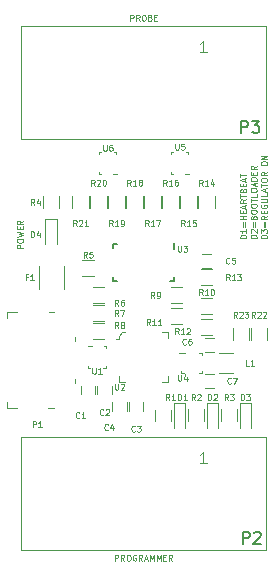
<source format=gto>
G04 #@! TF.FileFunction,Legend,Top*
%FSLAX46Y46*%
G04 Gerber Fmt 4.6, Leading zero omitted, Abs format (unit mm)*
G04 Created by KiCad (PCBNEW 4.0.5) date 01/03/18 17:15:43*
%MOMM*%
%LPD*%
G01*
G04 APERTURE LIST*
%ADD10C,0.100000*%
%ADD11C,0.125000*%
%ADD12C,0.120000*%
%ADD13C,0.150000*%
G04 APERTURE END LIST*
D10*
D11*
X86495238Y-122781190D02*
X86495238Y-122281190D01*
X86685714Y-122281190D01*
X86733333Y-122305000D01*
X86757142Y-122328810D01*
X86780952Y-122376429D01*
X86780952Y-122447857D01*
X86757142Y-122495476D01*
X86733333Y-122519286D01*
X86685714Y-122543095D01*
X86495238Y-122543095D01*
X87280952Y-122781190D02*
X87114285Y-122543095D01*
X86995238Y-122781190D02*
X86995238Y-122281190D01*
X87185714Y-122281190D01*
X87233333Y-122305000D01*
X87257142Y-122328810D01*
X87280952Y-122376429D01*
X87280952Y-122447857D01*
X87257142Y-122495476D01*
X87233333Y-122519286D01*
X87185714Y-122543095D01*
X86995238Y-122543095D01*
X87590476Y-122281190D02*
X87685714Y-122281190D01*
X87733333Y-122305000D01*
X87780952Y-122352619D01*
X87804761Y-122447857D01*
X87804761Y-122614524D01*
X87780952Y-122709762D01*
X87733333Y-122757381D01*
X87685714Y-122781190D01*
X87590476Y-122781190D01*
X87542857Y-122757381D01*
X87495238Y-122709762D01*
X87471428Y-122614524D01*
X87471428Y-122447857D01*
X87495238Y-122352619D01*
X87542857Y-122305000D01*
X87590476Y-122281190D01*
X88280952Y-122305000D02*
X88233333Y-122281190D01*
X88161905Y-122281190D01*
X88090476Y-122305000D01*
X88042857Y-122352619D01*
X88019048Y-122400238D01*
X87995238Y-122495476D01*
X87995238Y-122566905D01*
X88019048Y-122662143D01*
X88042857Y-122709762D01*
X88090476Y-122757381D01*
X88161905Y-122781190D01*
X88209524Y-122781190D01*
X88280952Y-122757381D01*
X88304762Y-122733571D01*
X88304762Y-122566905D01*
X88209524Y-122566905D01*
X88804762Y-122781190D02*
X88638095Y-122543095D01*
X88519048Y-122781190D02*
X88519048Y-122281190D01*
X88709524Y-122281190D01*
X88757143Y-122305000D01*
X88780952Y-122328810D01*
X88804762Y-122376429D01*
X88804762Y-122447857D01*
X88780952Y-122495476D01*
X88757143Y-122519286D01*
X88709524Y-122543095D01*
X88519048Y-122543095D01*
X88995238Y-122638333D02*
X89233333Y-122638333D01*
X88947619Y-122781190D02*
X89114286Y-122281190D01*
X89280952Y-122781190D01*
X89447619Y-122781190D02*
X89447619Y-122281190D01*
X89614285Y-122638333D01*
X89780952Y-122281190D01*
X89780952Y-122781190D01*
X90019048Y-122781190D02*
X90019048Y-122281190D01*
X90185714Y-122638333D01*
X90352381Y-122281190D01*
X90352381Y-122781190D01*
X90590477Y-122519286D02*
X90757143Y-122519286D01*
X90828572Y-122781190D02*
X90590477Y-122781190D01*
X90590477Y-122281190D01*
X90828572Y-122281190D01*
X91328572Y-122781190D02*
X91161905Y-122543095D01*
X91042858Y-122781190D02*
X91042858Y-122281190D01*
X91233334Y-122281190D01*
X91280953Y-122305000D01*
X91304762Y-122328810D01*
X91328572Y-122376429D01*
X91328572Y-122447857D01*
X91304762Y-122495476D01*
X91280953Y-122519286D01*
X91233334Y-122543095D01*
X91042858Y-122543095D01*
X87780953Y-77061190D02*
X87780953Y-76561190D01*
X87971429Y-76561190D01*
X88019048Y-76585000D01*
X88042857Y-76608810D01*
X88066667Y-76656429D01*
X88066667Y-76727857D01*
X88042857Y-76775476D01*
X88019048Y-76799286D01*
X87971429Y-76823095D01*
X87780953Y-76823095D01*
X88566667Y-77061190D02*
X88400000Y-76823095D01*
X88280953Y-77061190D02*
X88280953Y-76561190D01*
X88471429Y-76561190D01*
X88519048Y-76585000D01*
X88542857Y-76608810D01*
X88566667Y-76656429D01*
X88566667Y-76727857D01*
X88542857Y-76775476D01*
X88519048Y-76799286D01*
X88471429Y-76823095D01*
X88280953Y-76823095D01*
X88876191Y-76561190D02*
X88971429Y-76561190D01*
X89019048Y-76585000D01*
X89066667Y-76632619D01*
X89090476Y-76727857D01*
X89090476Y-76894524D01*
X89066667Y-76989762D01*
X89019048Y-77037381D01*
X88971429Y-77061190D01*
X88876191Y-77061190D01*
X88828572Y-77037381D01*
X88780953Y-76989762D01*
X88757143Y-76894524D01*
X88757143Y-76727857D01*
X88780953Y-76632619D01*
X88828572Y-76585000D01*
X88876191Y-76561190D01*
X89471429Y-76799286D02*
X89542858Y-76823095D01*
X89566667Y-76846905D01*
X89590477Y-76894524D01*
X89590477Y-76965952D01*
X89566667Y-77013571D01*
X89542858Y-77037381D01*
X89495239Y-77061190D01*
X89304763Y-77061190D01*
X89304763Y-76561190D01*
X89471429Y-76561190D01*
X89519048Y-76585000D01*
X89542858Y-76608810D01*
X89566667Y-76656429D01*
X89566667Y-76704048D01*
X89542858Y-76751667D01*
X89519048Y-76775476D01*
X89471429Y-76799286D01*
X89304763Y-76799286D01*
X89804763Y-76799286D02*
X89971429Y-76799286D01*
X90042858Y-77061190D02*
X89804763Y-77061190D01*
X89804763Y-76561190D01*
X90042858Y-76561190D01*
X78686790Y-96328562D02*
X78186790Y-96328562D01*
X78186790Y-96138086D01*
X78210600Y-96090467D01*
X78234410Y-96066658D01*
X78282029Y-96042848D01*
X78353457Y-96042848D01*
X78401076Y-96066658D01*
X78424886Y-96090467D01*
X78448695Y-96138086D01*
X78448695Y-96328562D01*
X78186790Y-95733324D02*
X78186790Y-95638086D01*
X78210600Y-95590467D01*
X78258219Y-95542848D01*
X78353457Y-95519039D01*
X78520124Y-95519039D01*
X78615362Y-95542848D01*
X78662981Y-95590467D01*
X78686790Y-95638086D01*
X78686790Y-95733324D01*
X78662981Y-95780943D01*
X78615362Y-95828562D01*
X78520124Y-95852372D01*
X78353457Y-95852372D01*
X78258219Y-95828562D01*
X78210600Y-95780943D01*
X78186790Y-95733324D01*
X78186790Y-95352371D02*
X78686790Y-95233324D01*
X78329648Y-95138086D01*
X78686790Y-95042848D01*
X78186790Y-94923800D01*
X78424886Y-94733323D02*
X78424886Y-94566657D01*
X78686790Y-94495228D02*
X78686790Y-94733323D01*
X78186790Y-94733323D01*
X78186790Y-94495228D01*
X78686790Y-93995228D02*
X78448695Y-94161895D01*
X78686790Y-94280942D02*
X78186790Y-94280942D01*
X78186790Y-94090466D01*
X78210600Y-94042847D01*
X78234410Y-94019038D01*
X78282029Y-93995228D01*
X78353457Y-93995228D01*
X78401076Y-94019038D01*
X78424886Y-94042847D01*
X78448695Y-94090466D01*
X78448695Y-94280942D01*
X97598390Y-95486552D02*
X97098390Y-95486552D01*
X97098390Y-95367505D01*
X97122200Y-95296076D01*
X97169819Y-95248457D01*
X97217438Y-95224648D01*
X97312676Y-95200838D01*
X97384105Y-95200838D01*
X97479343Y-95224648D01*
X97526962Y-95248457D01*
X97574581Y-95296076D01*
X97598390Y-95367505D01*
X97598390Y-95486552D01*
X97598390Y-94724648D02*
X97598390Y-95010362D01*
X97598390Y-94867505D02*
X97098390Y-94867505D01*
X97169819Y-94915124D01*
X97217438Y-94962743D01*
X97241248Y-95010362D01*
X97336486Y-94510362D02*
X97336486Y-94129410D01*
X97479343Y-94129410D02*
X97479343Y-94510362D01*
X97598390Y-93891314D02*
X97098390Y-93891314D01*
X97336486Y-93891314D02*
X97336486Y-93605600D01*
X97598390Y-93605600D02*
X97098390Y-93605600D01*
X97336486Y-93367504D02*
X97336486Y-93200838D01*
X97598390Y-93129409D02*
X97598390Y-93367504D01*
X97098390Y-93367504D01*
X97098390Y-93129409D01*
X97455533Y-92938933D02*
X97455533Y-92700838D01*
X97598390Y-92986552D02*
X97098390Y-92819885D01*
X97598390Y-92653219D01*
X97598390Y-92200838D02*
X97360295Y-92367505D01*
X97598390Y-92486552D02*
X97098390Y-92486552D01*
X97098390Y-92296076D01*
X97122200Y-92248457D01*
X97146010Y-92224648D01*
X97193629Y-92200838D01*
X97265057Y-92200838D01*
X97312676Y-92224648D01*
X97336486Y-92248457D01*
X97360295Y-92296076D01*
X97360295Y-92486552D01*
X97098390Y-92057981D02*
X97098390Y-91772267D01*
X97598390Y-91915124D02*
X97098390Y-91915124D01*
X97336486Y-91438934D02*
X97360295Y-91367505D01*
X97384105Y-91343696D01*
X97431724Y-91319886D01*
X97503152Y-91319886D01*
X97550771Y-91343696D01*
X97574581Y-91367505D01*
X97598390Y-91415124D01*
X97598390Y-91605600D01*
X97098390Y-91605600D01*
X97098390Y-91438934D01*
X97122200Y-91391315D01*
X97146010Y-91367505D01*
X97193629Y-91343696D01*
X97241248Y-91343696D01*
X97288867Y-91367505D01*
X97312676Y-91391315D01*
X97336486Y-91438934D01*
X97336486Y-91605600D01*
X97336486Y-91105600D02*
X97336486Y-90938934D01*
X97598390Y-90867505D02*
X97598390Y-91105600D01*
X97098390Y-91105600D01*
X97098390Y-90867505D01*
X97455533Y-90677029D02*
X97455533Y-90438934D01*
X97598390Y-90724648D02*
X97098390Y-90557981D01*
X97598390Y-90391315D01*
X97098390Y-90296077D02*
X97098390Y-90010363D01*
X97598390Y-90153220D02*
X97098390Y-90153220D01*
X98473390Y-95486552D02*
X97973390Y-95486552D01*
X97973390Y-95367505D01*
X97997200Y-95296076D01*
X98044819Y-95248457D01*
X98092438Y-95224648D01*
X98187676Y-95200838D01*
X98259105Y-95200838D01*
X98354343Y-95224648D01*
X98401962Y-95248457D01*
X98449581Y-95296076D01*
X98473390Y-95367505D01*
X98473390Y-95486552D01*
X98021010Y-95010362D02*
X97997200Y-94986552D01*
X97973390Y-94938933D01*
X97973390Y-94819886D01*
X97997200Y-94772267D01*
X98021010Y-94748457D01*
X98068629Y-94724648D01*
X98116248Y-94724648D01*
X98187676Y-94748457D01*
X98473390Y-95034171D01*
X98473390Y-94724648D01*
X98211486Y-94510362D02*
X98211486Y-94129410D01*
X98354343Y-94129410D02*
X98354343Y-94510362D01*
X98211486Y-93724648D02*
X98235295Y-93653219D01*
X98259105Y-93629410D01*
X98306724Y-93605600D01*
X98378152Y-93605600D01*
X98425771Y-93629410D01*
X98449581Y-93653219D01*
X98473390Y-93700838D01*
X98473390Y-93891314D01*
X97973390Y-93891314D01*
X97973390Y-93724648D01*
X97997200Y-93677029D01*
X98021010Y-93653219D01*
X98068629Y-93629410D01*
X98116248Y-93629410D01*
X98163867Y-93653219D01*
X98187676Y-93677029D01*
X98211486Y-93724648D01*
X98211486Y-93891314D01*
X97973390Y-93296076D02*
X97973390Y-93200838D01*
X97997200Y-93153219D01*
X98044819Y-93105600D01*
X98140057Y-93081791D01*
X98306724Y-93081791D01*
X98401962Y-93105600D01*
X98449581Y-93153219D01*
X98473390Y-93200838D01*
X98473390Y-93296076D01*
X98449581Y-93343695D01*
X98401962Y-93391314D01*
X98306724Y-93415124D01*
X98140057Y-93415124D01*
X98044819Y-93391314D01*
X97997200Y-93343695D01*
X97973390Y-93296076D01*
X97973390Y-92772266D02*
X97973390Y-92677028D01*
X97997200Y-92629409D01*
X98044819Y-92581790D01*
X98140057Y-92557981D01*
X98306724Y-92557981D01*
X98401962Y-92581790D01*
X98449581Y-92629409D01*
X98473390Y-92677028D01*
X98473390Y-92772266D01*
X98449581Y-92819885D01*
X98401962Y-92867504D01*
X98306724Y-92891314D01*
X98140057Y-92891314D01*
X98044819Y-92867504D01*
X97997200Y-92819885D01*
X97973390Y-92772266D01*
X97973390Y-92415123D02*
X97973390Y-92129409D01*
X98473390Y-92272266D02*
X97973390Y-92272266D01*
X98473390Y-91724647D02*
X98473390Y-91962742D01*
X97973390Y-91962742D01*
X97973390Y-91462742D02*
X97973390Y-91367504D01*
X97997200Y-91319885D01*
X98044819Y-91272266D01*
X98140057Y-91248457D01*
X98306724Y-91248457D01*
X98401962Y-91272266D01*
X98449581Y-91319885D01*
X98473390Y-91367504D01*
X98473390Y-91462742D01*
X98449581Y-91510361D01*
X98401962Y-91557980D01*
X98306724Y-91581790D01*
X98140057Y-91581790D01*
X98044819Y-91557980D01*
X97997200Y-91510361D01*
X97973390Y-91462742D01*
X98330533Y-91057980D02*
X98330533Y-90819885D01*
X98473390Y-91105599D02*
X97973390Y-90938932D01*
X98473390Y-90772266D01*
X98473390Y-90605599D02*
X97973390Y-90605599D01*
X97973390Y-90486552D01*
X97997200Y-90415123D01*
X98044819Y-90367504D01*
X98092438Y-90343695D01*
X98187676Y-90319885D01*
X98259105Y-90319885D01*
X98354343Y-90343695D01*
X98401962Y-90367504D01*
X98449581Y-90415123D01*
X98473390Y-90486552D01*
X98473390Y-90605599D01*
X98211486Y-90105599D02*
X98211486Y-89938933D01*
X98473390Y-89867504D02*
X98473390Y-90105599D01*
X97973390Y-90105599D01*
X97973390Y-89867504D01*
X98473390Y-89367504D02*
X98235295Y-89534171D01*
X98473390Y-89653218D02*
X97973390Y-89653218D01*
X97973390Y-89462742D01*
X97997200Y-89415123D01*
X98021010Y-89391314D01*
X98068629Y-89367504D01*
X98140057Y-89367504D01*
X98187676Y-89391314D01*
X98211486Y-89415123D01*
X98235295Y-89462742D01*
X98235295Y-89653218D01*
X99348390Y-95486552D02*
X98848390Y-95486552D01*
X98848390Y-95367505D01*
X98872200Y-95296076D01*
X98919819Y-95248457D01*
X98967438Y-95224648D01*
X99062676Y-95200838D01*
X99134105Y-95200838D01*
X99229343Y-95224648D01*
X99276962Y-95248457D01*
X99324581Y-95296076D01*
X99348390Y-95367505D01*
X99348390Y-95486552D01*
X98848390Y-95034171D02*
X98848390Y-94724648D01*
X99038867Y-94891314D01*
X99038867Y-94819886D01*
X99062676Y-94772267D01*
X99086486Y-94748457D01*
X99134105Y-94724648D01*
X99253152Y-94724648D01*
X99300771Y-94748457D01*
X99324581Y-94772267D01*
X99348390Y-94819886D01*
X99348390Y-94962743D01*
X99324581Y-95010362D01*
X99300771Y-95034171D01*
X99086486Y-94510362D02*
X99086486Y-94129410D01*
X99229343Y-94129410D02*
X99229343Y-94510362D01*
X99348390Y-93605600D02*
X99110295Y-93772267D01*
X99348390Y-93891314D02*
X98848390Y-93891314D01*
X98848390Y-93700838D01*
X98872200Y-93653219D01*
X98896010Y-93629410D01*
X98943629Y-93605600D01*
X99015057Y-93605600D01*
X99062676Y-93629410D01*
X99086486Y-93653219D01*
X99110295Y-93700838D01*
X99110295Y-93891314D01*
X99086486Y-93391314D02*
X99086486Y-93224648D01*
X99348390Y-93153219D02*
X99348390Y-93391314D01*
X98848390Y-93391314D01*
X98848390Y-93153219D01*
X98872200Y-92677029D02*
X98848390Y-92724648D01*
X98848390Y-92796076D01*
X98872200Y-92867505D01*
X98919819Y-92915124D01*
X98967438Y-92938933D01*
X99062676Y-92962743D01*
X99134105Y-92962743D01*
X99229343Y-92938933D01*
X99276962Y-92915124D01*
X99324581Y-92867505D01*
X99348390Y-92796076D01*
X99348390Y-92748457D01*
X99324581Y-92677029D01*
X99300771Y-92653219D01*
X99134105Y-92653219D01*
X99134105Y-92748457D01*
X98848390Y-92438933D02*
X99253152Y-92438933D01*
X99300771Y-92415124D01*
X99324581Y-92391314D01*
X99348390Y-92343695D01*
X99348390Y-92248457D01*
X99324581Y-92200838D01*
X99300771Y-92177029D01*
X99253152Y-92153219D01*
X98848390Y-92153219D01*
X99348390Y-91677028D02*
X99348390Y-91915123D01*
X98848390Y-91915123D01*
X99205533Y-91534171D02*
X99205533Y-91296076D01*
X99348390Y-91581790D02*
X98848390Y-91415123D01*
X99348390Y-91248457D01*
X98848390Y-91153219D02*
X98848390Y-90867505D01*
X99348390Y-91010362D02*
X98848390Y-91010362D01*
X98848390Y-90605600D02*
X98848390Y-90510362D01*
X98872200Y-90462743D01*
X98919819Y-90415124D01*
X99015057Y-90391315D01*
X99181724Y-90391315D01*
X99276962Y-90415124D01*
X99324581Y-90462743D01*
X99348390Y-90510362D01*
X99348390Y-90605600D01*
X99324581Y-90653219D01*
X99276962Y-90700838D01*
X99181724Y-90724648D01*
X99015057Y-90724648D01*
X98919819Y-90700838D01*
X98872200Y-90653219D01*
X98848390Y-90605600D01*
X99348390Y-89891314D02*
X99110295Y-90057981D01*
X99348390Y-90177028D02*
X98848390Y-90177028D01*
X98848390Y-89986552D01*
X98872200Y-89938933D01*
X98896010Y-89915124D01*
X98943629Y-89891314D01*
X99015057Y-89891314D01*
X99062676Y-89915124D01*
X99086486Y-89938933D01*
X99110295Y-89986552D01*
X99110295Y-90177028D01*
X98848390Y-89200838D02*
X98848390Y-89105600D01*
X98872200Y-89057981D01*
X98919819Y-89010362D01*
X99015057Y-88986553D01*
X99181724Y-88986553D01*
X99276962Y-89010362D01*
X99324581Y-89057981D01*
X99348390Y-89105600D01*
X99348390Y-89200838D01*
X99324581Y-89248457D01*
X99276962Y-89296076D01*
X99181724Y-89319886D01*
X99015057Y-89319886D01*
X98919819Y-89296076D01*
X98872200Y-89248457D01*
X98848390Y-89200838D01*
X99348390Y-88772266D02*
X98848390Y-88772266D01*
X99348390Y-88486552D01*
X98848390Y-88486552D01*
D12*
X83601000Y-108681000D02*
X83601000Y-107981000D01*
X84801000Y-107981000D02*
X84801000Y-108681000D01*
X84998000Y-108681000D02*
X84998000Y-107981000D01*
X86198000Y-107981000D02*
X86198000Y-108681000D01*
X87665000Y-110078000D02*
X87665000Y-109378000D01*
X88865000Y-109378000D02*
X88865000Y-110078000D01*
X86268000Y-110078000D02*
X86268000Y-109378000D01*
X87468000Y-109378000D02*
X87468000Y-110078000D01*
X94584000Y-98009000D02*
X93884000Y-98009000D01*
X93884000Y-96809000D02*
X94584000Y-96809000D01*
X94138000Y-103921000D02*
X94838000Y-103921000D01*
X94838000Y-105121000D02*
X94138000Y-105121000D01*
X94138000Y-106969000D02*
X94838000Y-106969000D01*
X94838000Y-108169000D02*
X94138000Y-108169000D01*
X92448000Y-109444000D02*
X91448000Y-109444000D01*
X91448000Y-109444000D02*
X91448000Y-111544000D01*
X92448000Y-109444000D02*
X92448000Y-111544000D01*
X95242000Y-109444000D02*
X94242000Y-109444000D01*
X94242000Y-109444000D02*
X94242000Y-111544000D01*
X95242000Y-109444000D02*
X95242000Y-111544000D01*
X98036000Y-109444000D02*
X97036000Y-109444000D01*
X97036000Y-109444000D02*
X97036000Y-111544000D01*
X98036000Y-109444000D02*
X98036000Y-111544000D01*
X81589500Y-93886500D02*
X80589500Y-93886500D01*
X80589500Y-93886500D02*
X80589500Y-95986500D01*
X81589500Y-93886500D02*
X81589500Y-95986500D01*
X80019500Y-99806000D02*
X80019500Y-97806000D01*
X82159500Y-97806000D02*
X82159500Y-99806000D01*
X96485000Y-106925000D02*
X95285000Y-106925000D01*
X95285000Y-105165000D02*
X96485000Y-105165000D01*
D10*
X81356000Y-109841000D02*
X80856000Y-109841000D01*
X83106000Y-107441000D02*
X83106000Y-107741000D01*
X81356000Y-101741000D02*
X80906000Y-101741000D01*
X83106000Y-103891000D02*
X83106000Y-104191000D01*
X78156000Y-101741000D02*
X77356000Y-101741000D01*
X77356000Y-101741000D02*
X77356000Y-102241000D01*
X77356000Y-109391000D02*
X77356000Y-109841000D01*
X77356000Y-109841000D02*
X78206000Y-109841000D01*
D12*
X99310000Y-121894000D02*
X78490000Y-121894000D01*
X78490000Y-121894000D02*
X78490000Y-112294000D01*
X78490000Y-112294000D02*
X99310000Y-112294000D01*
X99310000Y-112294000D02*
X99310000Y-121894000D01*
X99310000Y-87096000D02*
X78490000Y-87096000D01*
X78490000Y-87096000D02*
X78490000Y-77496000D01*
X78490000Y-77496000D02*
X99310000Y-77496000D01*
X99310000Y-77496000D02*
X99310000Y-87096000D01*
X91231000Y-110002000D02*
X91231000Y-111002000D01*
X89871000Y-111002000D02*
X89871000Y-110002000D01*
X94025000Y-109990000D02*
X94025000Y-110990000D01*
X92665000Y-110990000D02*
X92665000Y-109990000D01*
X96819000Y-109990000D02*
X96819000Y-110990000D01*
X95459000Y-110990000D02*
X95459000Y-109990000D01*
X81769500Y-91956000D02*
X81769500Y-92956000D01*
X80409500Y-92956000D02*
X80409500Y-91956000D01*
X84701000Y-98724000D02*
X83701000Y-98724000D01*
X83701000Y-97364000D02*
X84701000Y-97364000D01*
X85590000Y-101010000D02*
X84590000Y-101010000D01*
X84590000Y-99650000D02*
X85590000Y-99650000D01*
X85590000Y-102534000D02*
X84590000Y-102534000D01*
X84590000Y-101174000D02*
X85590000Y-101174000D01*
X85590000Y-104058000D02*
X84590000Y-104058000D01*
X84590000Y-102698000D02*
X85590000Y-102698000D01*
X91194000Y-99650000D02*
X92194000Y-99650000D01*
X92194000Y-101010000D02*
X91194000Y-101010000D01*
X93734000Y-100539000D02*
X94734000Y-100539000D01*
X94734000Y-101899000D02*
X93734000Y-101899000D01*
X91194000Y-101428000D02*
X92194000Y-101428000D01*
X92194000Y-102788000D02*
X91194000Y-102788000D01*
X93734000Y-102317000D02*
X94734000Y-102317000D01*
X94734000Y-103677000D02*
X93734000Y-103677000D01*
X93734000Y-98126000D02*
X94734000Y-98126000D01*
X94734000Y-99486000D02*
X93734000Y-99486000D01*
X93554000Y-92956000D02*
X93554000Y-91956000D01*
X94914000Y-91956000D02*
X94914000Y-92956000D01*
X92030000Y-92956000D02*
X92030000Y-91956000D01*
X93390000Y-91956000D02*
X93390000Y-92956000D01*
X90506000Y-92956000D02*
X90506000Y-91956000D01*
X91866000Y-91956000D02*
X91866000Y-92956000D01*
X88982000Y-92956000D02*
X88982000Y-91956000D01*
X90342000Y-91956000D02*
X90342000Y-92956000D01*
X87458000Y-92956000D02*
X87458000Y-91956000D01*
X88818000Y-91956000D02*
X88818000Y-92956000D01*
X85934000Y-92956000D02*
X85934000Y-91956000D01*
X87294000Y-91956000D02*
X87294000Y-92956000D01*
X84410000Y-92956000D02*
X84410000Y-91956000D01*
X85770000Y-91956000D02*
X85770000Y-92956000D01*
X82886000Y-92956000D02*
X82886000Y-91956000D01*
X84246000Y-91956000D02*
X84246000Y-92956000D01*
X96475000Y-104068500D02*
X96475000Y-103068500D01*
X97835000Y-103068500D02*
X97835000Y-104068500D01*
X99359000Y-103068500D02*
X99359000Y-104068500D01*
X97999000Y-104068500D02*
X97999000Y-103068500D01*
D10*
X86800000Y-107637000D02*
X86800000Y-107137000D01*
X86800000Y-107637000D02*
X87300000Y-107637000D01*
X86800000Y-103937000D02*
X86800000Y-104037000D01*
X86800000Y-104037000D02*
X86600000Y-104037000D01*
X87300000Y-103437000D02*
X87100000Y-103437000D01*
X87100000Y-103437000D02*
X86800000Y-103737000D01*
X86800000Y-103737000D02*
X86800000Y-103937000D01*
X91000000Y-103937000D02*
X91000000Y-103437000D01*
X91000000Y-103437000D02*
X90500000Y-103437000D01*
X91000000Y-107137000D02*
X91000000Y-107637000D01*
X91000000Y-107637000D02*
X90500000Y-107637000D01*
X92113100Y-106895900D02*
X92113100Y-106718100D01*
X92290900Y-106895900D02*
X92113100Y-106895900D01*
X93814900Y-105194100D02*
X93637100Y-105194100D01*
X93814900Y-105371900D02*
X93814900Y-105194100D01*
X93637100Y-106895900D02*
X93814900Y-106895900D01*
X93814900Y-106895900D02*
X93814900Y-106718100D01*
X92405200Y-105232200D02*
X91922600Y-105232200D01*
D13*
X91122500Y-99085400D02*
X91452700Y-99085400D01*
X91452700Y-99085400D02*
X91452700Y-98780600D01*
X86360000Y-99085400D02*
X86664800Y-99085400D01*
X86360000Y-98755200D02*
X86360000Y-99085400D01*
X86690200Y-95986600D02*
X86360000Y-95986600D01*
X86360000Y-95986600D02*
X86360000Y-96291400D01*
X91490800Y-96367600D02*
X91490800Y-95859600D01*
D10*
X85128100Y-89903300D02*
X85128100Y-90081100D01*
X85128100Y-90081100D02*
X85280500Y-90081100D01*
X85128100Y-88226900D02*
X85128100Y-88379300D01*
X85305900Y-88226900D02*
X85128100Y-88226900D01*
X86588600Y-88392000D02*
X86588600Y-88214200D01*
X86588600Y-88214200D02*
X86436200Y-88214200D01*
X86283800Y-90093800D02*
X86639400Y-90093800D01*
X91224100Y-89903300D02*
X91224100Y-90081100D01*
X91224100Y-90081100D02*
X91376500Y-90081100D01*
X91224100Y-88226900D02*
X91224100Y-88379300D01*
X91401900Y-88226900D02*
X91224100Y-88226900D01*
X92684600Y-88392000D02*
X92684600Y-88214200D01*
X92684600Y-88214200D02*
X92532200Y-88214200D01*
X92379800Y-90093800D02*
X92735400Y-90093800D01*
X85686900Y-104787700D02*
X85686900Y-104609900D01*
X85686900Y-104609900D02*
X85534500Y-104609900D01*
X85686900Y-106464100D02*
X85686900Y-106311700D01*
X85509100Y-106464100D02*
X85686900Y-106464100D01*
X84226400Y-106299000D02*
X84226400Y-106476800D01*
X84226400Y-106476800D02*
X84378800Y-106476800D01*
X84531200Y-104597200D02*
X84175600Y-104597200D01*
D11*
X83482667Y-110668571D02*
X83458857Y-110692381D01*
X83387429Y-110716190D01*
X83339810Y-110716190D01*
X83268381Y-110692381D01*
X83220762Y-110644762D01*
X83196953Y-110597143D01*
X83173143Y-110501905D01*
X83173143Y-110430476D01*
X83196953Y-110335238D01*
X83220762Y-110287619D01*
X83268381Y-110240000D01*
X83339810Y-110216190D01*
X83387429Y-110216190D01*
X83458857Y-110240000D01*
X83482667Y-110263810D01*
X83958857Y-110716190D02*
X83673143Y-110716190D01*
X83816000Y-110716190D02*
X83816000Y-110216190D01*
X83768381Y-110287619D01*
X83720762Y-110335238D01*
X83673143Y-110359048D01*
X85514667Y-110414571D02*
X85490857Y-110438381D01*
X85419429Y-110462190D01*
X85371810Y-110462190D01*
X85300381Y-110438381D01*
X85252762Y-110390762D01*
X85228953Y-110343143D01*
X85205143Y-110247905D01*
X85205143Y-110176476D01*
X85228953Y-110081238D01*
X85252762Y-110033619D01*
X85300381Y-109986000D01*
X85371810Y-109962190D01*
X85419429Y-109962190D01*
X85490857Y-109986000D01*
X85514667Y-110009810D01*
X85705143Y-110009810D02*
X85728953Y-109986000D01*
X85776572Y-109962190D01*
X85895619Y-109962190D01*
X85943238Y-109986000D01*
X85967048Y-110009810D01*
X85990857Y-110057429D01*
X85990857Y-110105048D01*
X85967048Y-110176476D01*
X85681334Y-110462190D01*
X85990857Y-110462190D01*
X88181667Y-111811571D02*
X88157857Y-111835381D01*
X88086429Y-111859190D01*
X88038810Y-111859190D01*
X87967381Y-111835381D01*
X87919762Y-111787762D01*
X87895953Y-111740143D01*
X87872143Y-111644905D01*
X87872143Y-111573476D01*
X87895953Y-111478238D01*
X87919762Y-111430619D01*
X87967381Y-111383000D01*
X88038810Y-111359190D01*
X88086429Y-111359190D01*
X88157857Y-111383000D01*
X88181667Y-111406810D01*
X88348334Y-111359190D02*
X88657857Y-111359190D01*
X88491191Y-111549667D01*
X88562619Y-111549667D01*
X88610238Y-111573476D01*
X88634048Y-111597286D01*
X88657857Y-111644905D01*
X88657857Y-111763952D01*
X88634048Y-111811571D01*
X88610238Y-111835381D01*
X88562619Y-111859190D01*
X88419762Y-111859190D01*
X88372143Y-111835381D01*
X88348334Y-111811571D01*
X85895667Y-111684571D02*
X85871857Y-111708381D01*
X85800429Y-111732190D01*
X85752810Y-111732190D01*
X85681381Y-111708381D01*
X85633762Y-111660762D01*
X85609953Y-111613143D01*
X85586143Y-111517905D01*
X85586143Y-111446476D01*
X85609953Y-111351238D01*
X85633762Y-111303619D01*
X85681381Y-111256000D01*
X85752810Y-111232190D01*
X85800429Y-111232190D01*
X85871857Y-111256000D01*
X85895667Y-111279810D01*
X86324238Y-111398857D02*
X86324238Y-111732190D01*
X86205191Y-111208381D02*
X86086143Y-111565524D01*
X86395667Y-111565524D01*
X96182667Y-97587571D02*
X96158857Y-97611381D01*
X96087429Y-97635190D01*
X96039810Y-97635190D01*
X95968381Y-97611381D01*
X95920762Y-97563762D01*
X95896953Y-97516143D01*
X95873143Y-97420905D01*
X95873143Y-97349476D01*
X95896953Y-97254238D01*
X95920762Y-97206619D01*
X95968381Y-97159000D01*
X96039810Y-97135190D01*
X96087429Y-97135190D01*
X96158857Y-97159000D01*
X96182667Y-97182810D01*
X96635048Y-97135190D02*
X96396953Y-97135190D01*
X96373143Y-97373286D01*
X96396953Y-97349476D01*
X96444572Y-97325667D01*
X96563619Y-97325667D01*
X96611238Y-97349476D01*
X96635048Y-97373286D01*
X96658857Y-97420905D01*
X96658857Y-97539952D01*
X96635048Y-97587571D01*
X96611238Y-97611381D01*
X96563619Y-97635190D01*
X96444572Y-97635190D01*
X96396953Y-97611381D01*
X96373143Y-97587571D01*
X92499667Y-104445571D02*
X92475857Y-104469381D01*
X92404429Y-104493190D01*
X92356810Y-104493190D01*
X92285381Y-104469381D01*
X92237762Y-104421762D01*
X92213953Y-104374143D01*
X92190143Y-104278905D01*
X92190143Y-104207476D01*
X92213953Y-104112238D01*
X92237762Y-104064619D01*
X92285381Y-104017000D01*
X92356810Y-103993190D01*
X92404429Y-103993190D01*
X92475857Y-104017000D01*
X92499667Y-104040810D01*
X92928238Y-103993190D02*
X92833000Y-103993190D01*
X92785381Y-104017000D01*
X92761572Y-104040810D01*
X92713953Y-104112238D01*
X92690143Y-104207476D01*
X92690143Y-104397952D01*
X92713953Y-104445571D01*
X92737762Y-104469381D01*
X92785381Y-104493190D01*
X92880619Y-104493190D01*
X92928238Y-104469381D01*
X92952048Y-104445571D01*
X92975857Y-104397952D01*
X92975857Y-104278905D01*
X92952048Y-104231286D01*
X92928238Y-104207476D01*
X92880619Y-104183667D01*
X92785381Y-104183667D01*
X92737762Y-104207476D01*
X92713953Y-104231286D01*
X92690143Y-104278905D01*
X96309667Y-107747571D02*
X96285857Y-107771381D01*
X96214429Y-107795190D01*
X96166810Y-107795190D01*
X96095381Y-107771381D01*
X96047762Y-107723762D01*
X96023953Y-107676143D01*
X96000143Y-107580905D01*
X96000143Y-107509476D01*
X96023953Y-107414238D01*
X96047762Y-107366619D01*
X96095381Y-107319000D01*
X96166810Y-107295190D01*
X96214429Y-107295190D01*
X96285857Y-107319000D01*
X96309667Y-107342810D01*
X96476334Y-107295190D02*
X96809667Y-107295190D01*
X96595381Y-107795190D01*
X91832953Y-109192190D02*
X91832953Y-108692190D01*
X91952000Y-108692190D01*
X92023429Y-108716000D01*
X92071048Y-108763619D01*
X92094857Y-108811238D01*
X92118667Y-108906476D01*
X92118667Y-108977905D01*
X92094857Y-109073143D01*
X92071048Y-109120762D01*
X92023429Y-109168381D01*
X91952000Y-109192190D01*
X91832953Y-109192190D01*
X92594857Y-109192190D02*
X92309143Y-109192190D01*
X92452000Y-109192190D02*
X92452000Y-108692190D01*
X92404381Y-108763619D01*
X92356762Y-108811238D01*
X92309143Y-108835048D01*
X94372953Y-109192190D02*
X94372953Y-108692190D01*
X94492000Y-108692190D01*
X94563429Y-108716000D01*
X94611048Y-108763619D01*
X94634857Y-108811238D01*
X94658667Y-108906476D01*
X94658667Y-108977905D01*
X94634857Y-109073143D01*
X94611048Y-109120762D01*
X94563429Y-109168381D01*
X94492000Y-109192190D01*
X94372953Y-109192190D01*
X94849143Y-108739810D02*
X94872953Y-108716000D01*
X94920572Y-108692190D01*
X95039619Y-108692190D01*
X95087238Y-108716000D01*
X95111048Y-108739810D01*
X95134857Y-108787429D01*
X95134857Y-108835048D01*
X95111048Y-108906476D01*
X94825334Y-109192190D01*
X95134857Y-109192190D01*
X97166953Y-109192190D02*
X97166953Y-108692190D01*
X97286000Y-108692190D01*
X97357429Y-108716000D01*
X97405048Y-108763619D01*
X97428857Y-108811238D01*
X97452667Y-108906476D01*
X97452667Y-108977905D01*
X97428857Y-109073143D01*
X97405048Y-109120762D01*
X97357429Y-109168381D01*
X97286000Y-109192190D01*
X97166953Y-109192190D01*
X97619334Y-108692190D02*
X97928857Y-108692190D01*
X97762191Y-108882667D01*
X97833619Y-108882667D01*
X97881238Y-108906476D01*
X97905048Y-108930286D01*
X97928857Y-108977905D01*
X97928857Y-109096952D01*
X97905048Y-109144571D01*
X97881238Y-109168381D01*
X97833619Y-109192190D01*
X97690762Y-109192190D01*
X97643143Y-109168381D01*
X97619334Y-109144571D01*
X79386953Y-95412690D02*
X79386953Y-94912690D01*
X79506000Y-94912690D01*
X79577429Y-94936500D01*
X79625048Y-94984119D01*
X79648857Y-95031738D01*
X79672667Y-95126976D01*
X79672667Y-95198405D01*
X79648857Y-95293643D01*
X79625048Y-95341262D01*
X79577429Y-95388881D01*
X79506000Y-95412690D01*
X79386953Y-95412690D01*
X80101238Y-95079357D02*
X80101238Y-95412690D01*
X79982191Y-94888881D02*
X79863143Y-95246024D01*
X80172667Y-95246024D01*
X79081334Y-98770286D02*
X78914668Y-98770286D01*
X78914668Y-99032190D02*
X78914668Y-98532190D01*
X79152763Y-98532190D01*
X79605143Y-99032190D02*
X79319429Y-99032190D01*
X79462286Y-99032190D02*
X79462286Y-98532190D01*
X79414667Y-98603619D01*
X79367048Y-98651238D01*
X79319429Y-98675048D01*
X97833667Y-106271190D02*
X97595572Y-106271190D01*
X97595572Y-105771190D01*
X98262238Y-106271190D02*
X97976524Y-106271190D01*
X98119381Y-106271190D02*
X98119381Y-105771190D01*
X98071762Y-105842619D01*
X98024143Y-105890238D01*
X97976524Y-105914048D01*
X79513953Y-111478190D02*
X79513953Y-110978190D01*
X79704429Y-110978190D01*
X79752048Y-111002000D01*
X79775857Y-111025810D01*
X79799667Y-111073429D01*
X79799667Y-111144857D01*
X79775857Y-111192476D01*
X79752048Y-111216286D01*
X79704429Y-111240095D01*
X79513953Y-111240095D01*
X80275857Y-111478190D02*
X79990143Y-111478190D01*
X80133000Y-111478190D02*
X80133000Y-110978190D01*
X80085381Y-111049619D01*
X80037762Y-111097238D01*
X79990143Y-111121048D01*
D13*
X97305905Y-121356381D02*
X97305905Y-120356381D01*
X97686858Y-120356381D01*
X97782096Y-120404000D01*
X97829715Y-120451619D01*
X97877334Y-120546857D01*
X97877334Y-120689714D01*
X97829715Y-120784952D01*
X97782096Y-120832571D01*
X97686858Y-120880190D01*
X97305905Y-120880190D01*
X98258286Y-120451619D02*
X98305905Y-120404000D01*
X98401143Y-120356381D01*
X98639239Y-120356381D01*
X98734477Y-120404000D01*
X98782096Y-120451619D01*
X98829715Y-120546857D01*
X98829715Y-120642095D01*
X98782096Y-120784952D01*
X98210667Y-121356381D01*
X98829715Y-121356381D01*
D12*
X94245715Y-114556381D02*
X93674286Y-114556381D01*
X93960000Y-114556381D02*
X93960000Y-113556381D01*
X93864762Y-113699238D01*
X93769524Y-113794476D01*
X93674286Y-113842095D01*
D13*
X97178905Y-86558381D02*
X97178905Y-85558381D01*
X97559858Y-85558381D01*
X97655096Y-85606000D01*
X97702715Y-85653619D01*
X97750334Y-85748857D01*
X97750334Y-85891714D01*
X97702715Y-85986952D01*
X97655096Y-86034571D01*
X97559858Y-86082190D01*
X97178905Y-86082190D01*
X98083667Y-85558381D02*
X98702715Y-85558381D01*
X98369381Y-85939333D01*
X98512239Y-85939333D01*
X98607477Y-85986952D01*
X98655096Y-86034571D01*
X98702715Y-86129810D01*
X98702715Y-86367905D01*
X98655096Y-86463143D01*
X98607477Y-86510762D01*
X98512239Y-86558381D01*
X98226524Y-86558381D01*
X98131286Y-86510762D01*
X98083667Y-86463143D01*
D12*
X94245715Y-79758381D02*
X93674286Y-79758381D01*
X93960000Y-79758381D02*
X93960000Y-78758381D01*
X93864762Y-78901238D01*
X93769524Y-78996476D01*
X93674286Y-79044095D01*
D11*
X91102667Y-109192190D02*
X90936000Y-108954095D01*
X90816953Y-109192190D02*
X90816953Y-108692190D01*
X91007429Y-108692190D01*
X91055048Y-108716000D01*
X91078857Y-108739810D01*
X91102667Y-108787429D01*
X91102667Y-108858857D01*
X91078857Y-108906476D01*
X91055048Y-108930286D01*
X91007429Y-108954095D01*
X90816953Y-108954095D01*
X91578857Y-109192190D02*
X91293143Y-109192190D01*
X91436000Y-109192190D02*
X91436000Y-108692190D01*
X91388381Y-108763619D01*
X91340762Y-108811238D01*
X91293143Y-108835048D01*
X93261667Y-109192190D02*
X93095000Y-108954095D01*
X92975953Y-109192190D02*
X92975953Y-108692190D01*
X93166429Y-108692190D01*
X93214048Y-108716000D01*
X93237857Y-108739810D01*
X93261667Y-108787429D01*
X93261667Y-108858857D01*
X93237857Y-108906476D01*
X93214048Y-108930286D01*
X93166429Y-108954095D01*
X92975953Y-108954095D01*
X93452143Y-108739810D02*
X93475953Y-108716000D01*
X93523572Y-108692190D01*
X93642619Y-108692190D01*
X93690238Y-108716000D01*
X93714048Y-108739810D01*
X93737857Y-108787429D01*
X93737857Y-108835048D01*
X93714048Y-108906476D01*
X93428334Y-109192190D01*
X93737857Y-109192190D01*
X96055667Y-109192190D02*
X95889000Y-108954095D01*
X95769953Y-109192190D02*
X95769953Y-108692190D01*
X95960429Y-108692190D01*
X96008048Y-108716000D01*
X96031857Y-108739810D01*
X96055667Y-108787429D01*
X96055667Y-108858857D01*
X96031857Y-108906476D01*
X96008048Y-108930286D01*
X95960429Y-108954095D01*
X95769953Y-108954095D01*
X96222334Y-108692190D02*
X96531857Y-108692190D01*
X96365191Y-108882667D01*
X96436619Y-108882667D01*
X96484238Y-108906476D01*
X96508048Y-108930286D01*
X96531857Y-108977905D01*
X96531857Y-109096952D01*
X96508048Y-109144571D01*
X96484238Y-109168381D01*
X96436619Y-109192190D01*
X96293762Y-109192190D01*
X96246143Y-109168381D01*
X96222334Y-109144571D01*
X79672667Y-92682190D02*
X79506000Y-92444095D01*
X79386953Y-92682190D02*
X79386953Y-92182190D01*
X79577429Y-92182190D01*
X79625048Y-92206000D01*
X79648857Y-92229810D01*
X79672667Y-92277429D01*
X79672667Y-92348857D01*
X79648857Y-92396476D01*
X79625048Y-92420286D01*
X79577429Y-92444095D01*
X79386953Y-92444095D01*
X80101238Y-92348857D02*
X80101238Y-92682190D01*
X79982191Y-92158381D02*
X79863143Y-92515524D01*
X80172667Y-92515524D01*
X84117667Y-97127190D02*
X83951000Y-96889095D01*
X83831953Y-97127190D02*
X83831953Y-96627190D01*
X84022429Y-96627190D01*
X84070048Y-96651000D01*
X84093857Y-96674810D01*
X84117667Y-96722429D01*
X84117667Y-96793857D01*
X84093857Y-96841476D01*
X84070048Y-96865286D01*
X84022429Y-96889095D01*
X83831953Y-96889095D01*
X84570048Y-96627190D02*
X84331953Y-96627190D01*
X84308143Y-96865286D01*
X84331953Y-96841476D01*
X84379572Y-96817667D01*
X84498619Y-96817667D01*
X84546238Y-96841476D01*
X84570048Y-96865286D01*
X84593857Y-96912905D01*
X84593857Y-97031952D01*
X84570048Y-97079571D01*
X84546238Y-97103381D01*
X84498619Y-97127190D01*
X84379572Y-97127190D01*
X84331953Y-97103381D01*
X84308143Y-97079571D01*
X86784667Y-101191190D02*
X86618000Y-100953095D01*
X86498953Y-101191190D02*
X86498953Y-100691190D01*
X86689429Y-100691190D01*
X86737048Y-100715000D01*
X86760857Y-100738810D01*
X86784667Y-100786429D01*
X86784667Y-100857857D01*
X86760857Y-100905476D01*
X86737048Y-100929286D01*
X86689429Y-100953095D01*
X86498953Y-100953095D01*
X87213238Y-100691190D02*
X87118000Y-100691190D01*
X87070381Y-100715000D01*
X87046572Y-100738810D01*
X86998953Y-100810238D01*
X86975143Y-100905476D01*
X86975143Y-101095952D01*
X86998953Y-101143571D01*
X87022762Y-101167381D01*
X87070381Y-101191190D01*
X87165619Y-101191190D01*
X87213238Y-101167381D01*
X87237048Y-101143571D01*
X87260857Y-101095952D01*
X87260857Y-100976905D01*
X87237048Y-100929286D01*
X87213238Y-100905476D01*
X87165619Y-100881667D01*
X87070381Y-100881667D01*
X87022762Y-100905476D01*
X86998953Y-100929286D01*
X86975143Y-100976905D01*
X86784667Y-102080190D02*
X86618000Y-101842095D01*
X86498953Y-102080190D02*
X86498953Y-101580190D01*
X86689429Y-101580190D01*
X86737048Y-101604000D01*
X86760857Y-101627810D01*
X86784667Y-101675429D01*
X86784667Y-101746857D01*
X86760857Y-101794476D01*
X86737048Y-101818286D01*
X86689429Y-101842095D01*
X86498953Y-101842095D01*
X86951334Y-101580190D02*
X87284667Y-101580190D01*
X87070381Y-102080190D01*
X86784667Y-103096190D02*
X86618000Y-102858095D01*
X86498953Y-103096190D02*
X86498953Y-102596190D01*
X86689429Y-102596190D01*
X86737048Y-102620000D01*
X86760857Y-102643810D01*
X86784667Y-102691429D01*
X86784667Y-102762857D01*
X86760857Y-102810476D01*
X86737048Y-102834286D01*
X86689429Y-102858095D01*
X86498953Y-102858095D01*
X87070381Y-102810476D02*
X87022762Y-102786667D01*
X86998953Y-102762857D01*
X86975143Y-102715238D01*
X86975143Y-102691429D01*
X86998953Y-102643810D01*
X87022762Y-102620000D01*
X87070381Y-102596190D01*
X87165619Y-102596190D01*
X87213238Y-102620000D01*
X87237048Y-102643810D01*
X87260857Y-102691429D01*
X87260857Y-102715238D01*
X87237048Y-102762857D01*
X87213238Y-102786667D01*
X87165619Y-102810476D01*
X87070381Y-102810476D01*
X87022762Y-102834286D01*
X86998953Y-102858095D01*
X86975143Y-102905714D01*
X86975143Y-103000952D01*
X86998953Y-103048571D01*
X87022762Y-103072381D01*
X87070381Y-103096190D01*
X87165619Y-103096190D01*
X87213238Y-103072381D01*
X87237048Y-103048571D01*
X87260857Y-103000952D01*
X87260857Y-102905714D01*
X87237048Y-102858095D01*
X87213238Y-102834286D01*
X87165619Y-102810476D01*
X89832667Y-100556190D02*
X89666000Y-100318095D01*
X89546953Y-100556190D02*
X89546953Y-100056190D01*
X89737429Y-100056190D01*
X89785048Y-100080000D01*
X89808857Y-100103810D01*
X89832667Y-100151429D01*
X89832667Y-100222857D01*
X89808857Y-100270476D01*
X89785048Y-100294286D01*
X89737429Y-100318095D01*
X89546953Y-100318095D01*
X90070762Y-100556190D02*
X90166000Y-100556190D01*
X90213619Y-100532381D01*
X90237429Y-100508571D01*
X90285048Y-100437143D01*
X90308857Y-100341905D01*
X90308857Y-100151429D01*
X90285048Y-100103810D01*
X90261238Y-100080000D01*
X90213619Y-100056190D01*
X90118381Y-100056190D01*
X90070762Y-100080000D01*
X90046953Y-100103810D01*
X90023143Y-100151429D01*
X90023143Y-100270476D01*
X90046953Y-100318095D01*
X90070762Y-100341905D01*
X90118381Y-100365714D01*
X90213619Y-100365714D01*
X90261238Y-100341905D01*
X90285048Y-100318095D01*
X90308857Y-100270476D01*
X93912572Y-100302190D02*
X93745905Y-100064095D01*
X93626858Y-100302190D02*
X93626858Y-99802190D01*
X93817334Y-99802190D01*
X93864953Y-99826000D01*
X93888762Y-99849810D01*
X93912572Y-99897429D01*
X93912572Y-99968857D01*
X93888762Y-100016476D01*
X93864953Y-100040286D01*
X93817334Y-100064095D01*
X93626858Y-100064095D01*
X94388762Y-100302190D02*
X94103048Y-100302190D01*
X94245905Y-100302190D02*
X94245905Y-99802190D01*
X94198286Y-99873619D01*
X94150667Y-99921238D01*
X94103048Y-99945048D01*
X94698286Y-99802190D02*
X94745905Y-99802190D01*
X94793524Y-99826000D01*
X94817333Y-99849810D01*
X94841143Y-99897429D01*
X94864952Y-99992667D01*
X94864952Y-100111714D01*
X94841143Y-100206952D01*
X94817333Y-100254571D01*
X94793524Y-100278381D01*
X94745905Y-100302190D01*
X94698286Y-100302190D01*
X94650667Y-100278381D01*
X94626857Y-100254571D01*
X94603048Y-100206952D01*
X94579238Y-100111714D01*
X94579238Y-99992667D01*
X94603048Y-99897429D01*
X94626857Y-99849810D01*
X94650667Y-99826000D01*
X94698286Y-99802190D01*
X89467572Y-102842190D02*
X89300905Y-102604095D01*
X89181858Y-102842190D02*
X89181858Y-102342190D01*
X89372334Y-102342190D01*
X89419953Y-102366000D01*
X89443762Y-102389810D01*
X89467572Y-102437429D01*
X89467572Y-102508857D01*
X89443762Y-102556476D01*
X89419953Y-102580286D01*
X89372334Y-102604095D01*
X89181858Y-102604095D01*
X89943762Y-102842190D02*
X89658048Y-102842190D01*
X89800905Y-102842190D02*
X89800905Y-102342190D01*
X89753286Y-102413619D01*
X89705667Y-102461238D01*
X89658048Y-102485048D01*
X90419952Y-102842190D02*
X90134238Y-102842190D01*
X90277095Y-102842190D02*
X90277095Y-102342190D01*
X90229476Y-102413619D01*
X90181857Y-102461238D01*
X90134238Y-102485048D01*
X91880572Y-103604190D02*
X91713905Y-103366095D01*
X91594858Y-103604190D02*
X91594858Y-103104190D01*
X91785334Y-103104190D01*
X91832953Y-103128000D01*
X91856762Y-103151810D01*
X91880572Y-103199429D01*
X91880572Y-103270857D01*
X91856762Y-103318476D01*
X91832953Y-103342286D01*
X91785334Y-103366095D01*
X91594858Y-103366095D01*
X92356762Y-103604190D02*
X92071048Y-103604190D01*
X92213905Y-103604190D02*
X92213905Y-103104190D01*
X92166286Y-103175619D01*
X92118667Y-103223238D01*
X92071048Y-103247048D01*
X92547238Y-103151810D02*
X92571048Y-103128000D01*
X92618667Y-103104190D01*
X92737714Y-103104190D01*
X92785333Y-103128000D01*
X92809143Y-103151810D01*
X92832952Y-103199429D01*
X92832952Y-103247048D01*
X92809143Y-103318476D01*
X92523429Y-103604190D01*
X92832952Y-103604190D01*
X96198572Y-99032190D02*
X96031905Y-98794095D01*
X95912858Y-99032190D02*
X95912858Y-98532190D01*
X96103334Y-98532190D01*
X96150953Y-98556000D01*
X96174762Y-98579810D01*
X96198572Y-98627429D01*
X96198572Y-98698857D01*
X96174762Y-98746476D01*
X96150953Y-98770286D01*
X96103334Y-98794095D01*
X95912858Y-98794095D01*
X96674762Y-99032190D02*
X96389048Y-99032190D01*
X96531905Y-99032190D02*
X96531905Y-98532190D01*
X96484286Y-98603619D01*
X96436667Y-98651238D01*
X96389048Y-98675048D01*
X96841429Y-98532190D02*
X97150952Y-98532190D01*
X96984286Y-98722667D01*
X97055714Y-98722667D01*
X97103333Y-98746476D01*
X97127143Y-98770286D01*
X97150952Y-98817905D01*
X97150952Y-98936952D01*
X97127143Y-98984571D01*
X97103333Y-99008381D01*
X97055714Y-99032190D01*
X96912857Y-99032190D01*
X96865238Y-99008381D01*
X96841429Y-98984571D01*
X93912572Y-91031190D02*
X93745905Y-90793095D01*
X93626858Y-91031190D02*
X93626858Y-90531190D01*
X93817334Y-90531190D01*
X93864953Y-90555000D01*
X93888762Y-90578810D01*
X93912572Y-90626429D01*
X93912572Y-90697857D01*
X93888762Y-90745476D01*
X93864953Y-90769286D01*
X93817334Y-90793095D01*
X93626858Y-90793095D01*
X94388762Y-91031190D02*
X94103048Y-91031190D01*
X94245905Y-91031190D02*
X94245905Y-90531190D01*
X94198286Y-90602619D01*
X94150667Y-90650238D01*
X94103048Y-90674048D01*
X94817333Y-90697857D02*
X94817333Y-91031190D01*
X94698286Y-90507381D02*
X94579238Y-90864524D01*
X94888762Y-90864524D01*
X92388572Y-94460190D02*
X92221905Y-94222095D01*
X92102858Y-94460190D02*
X92102858Y-93960190D01*
X92293334Y-93960190D01*
X92340953Y-93984000D01*
X92364762Y-94007810D01*
X92388572Y-94055429D01*
X92388572Y-94126857D01*
X92364762Y-94174476D01*
X92340953Y-94198286D01*
X92293334Y-94222095D01*
X92102858Y-94222095D01*
X92864762Y-94460190D02*
X92579048Y-94460190D01*
X92721905Y-94460190D02*
X92721905Y-93960190D01*
X92674286Y-94031619D01*
X92626667Y-94079238D01*
X92579048Y-94103048D01*
X93317143Y-93960190D02*
X93079048Y-93960190D01*
X93055238Y-94198286D01*
X93079048Y-94174476D01*
X93126667Y-94150667D01*
X93245714Y-94150667D01*
X93293333Y-94174476D01*
X93317143Y-94198286D01*
X93340952Y-94245905D01*
X93340952Y-94364952D01*
X93317143Y-94412571D01*
X93293333Y-94436381D01*
X93245714Y-94460190D01*
X93126667Y-94460190D01*
X93079048Y-94436381D01*
X93055238Y-94412571D01*
X90864572Y-91031190D02*
X90697905Y-90793095D01*
X90578858Y-91031190D02*
X90578858Y-90531190D01*
X90769334Y-90531190D01*
X90816953Y-90555000D01*
X90840762Y-90578810D01*
X90864572Y-90626429D01*
X90864572Y-90697857D01*
X90840762Y-90745476D01*
X90816953Y-90769286D01*
X90769334Y-90793095D01*
X90578858Y-90793095D01*
X91340762Y-91031190D02*
X91055048Y-91031190D01*
X91197905Y-91031190D02*
X91197905Y-90531190D01*
X91150286Y-90602619D01*
X91102667Y-90650238D01*
X91055048Y-90674048D01*
X91769333Y-90531190D02*
X91674095Y-90531190D01*
X91626476Y-90555000D01*
X91602667Y-90578810D01*
X91555048Y-90650238D01*
X91531238Y-90745476D01*
X91531238Y-90935952D01*
X91555048Y-90983571D01*
X91578857Y-91007381D01*
X91626476Y-91031190D01*
X91721714Y-91031190D01*
X91769333Y-91007381D01*
X91793143Y-90983571D01*
X91816952Y-90935952D01*
X91816952Y-90816905D01*
X91793143Y-90769286D01*
X91769333Y-90745476D01*
X91721714Y-90721667D01*
X91626476Y-90721667D01*
X91578857Y-90745476D01*
X91555048Y-90769286D01*
X91531238Y-90816905D01*
X89340572Y-94460190D02*
X89173905Y-94222095D01*
X89054858Y-94460190D02*
X89054858Y-93960190D01*
X89245334Y-93960190D01*
X89292953Y-93984000D01*
X89316762Y-94007810D01*
X89340572Y-94055429D01*
X89340572Y-94126857D01*
X89316762Y-94174476D01*
X89292953Y-94198286D01*
X89245334Y-94222095D01*
X89054858Y-94222095D01*
X89816762Y-94460190D02*
X89531048Y-94460190D01*
X89673905Y-94460190D02*
X89673905Y-93960190D01*
X89626286Y-94031619D01*
X89578667Y-94079238D01*
X89531048Y-94103048D01*
X89983429Y-93960190D02*
X90316762Y-93960190D01*
X90102476Y-94460190D01*
X87816572Y-91031190D02*
X87649905Y-90793095D01*
X87530858Y-91031190D02*
X87530858Y-90531190D01*
X87721334Y-90531190D01*
X87768953Y-90555000D01*
X87792762Y-90578810D01*
X87816572Y-90626429D01*
X87816572Y-90697857D01*
X87792762Y-90745476D01*
X87768953Y-90769286D01*
X87721334Y-90793095D01*
X87530858Y-90793095D01*
X88292762Y-91031190D02*
X88007048Y-91031190D01*
X88149905Y-91031190D02*
X88149905Y-90531190D01*
X88102286Y-90602619D01*
X88054667Y-90650238D01*
X88007048Y-90674048D01*
X88578476Y-90745476D02*
X88530857Y-90721667D01*
X88507048Y-90697857D01*
X88483238Y-90650238D01*
X88483238Y-90626429D01*
X88507048Y-90578810D01*
X88530857Y-90555000D01*
X88578476Y-90531190D01*
X88673714Y-90531190D01*
X88721333Y-90555000D01*
X88745143Y-90578810D01*
X88768952Y-90626429D01*
X88768952Y-90650238D01*
X88745143Y-90697857D01*
X88721333Y-90721667D01*
X88673714Y-90745476D01*
X88578476Y-90745476D01*
X88530857Y-90769286D01*
X88507048Y-90793095D01*
X88483238Y-90840714D01*
X88483238Y-90935952D01*
X88507048Y-90983571D01*
X88530857Y-91007381D01*
X88578476Y-91031190D01*
X88673714Y-91031190D01*
X88721333Y-91007381D01*
X88745143Y-90983571D01*
X88768952Y-90935952D01*
X88768952Y-90840714D01*
X88745143Y-90793095D01*
X88721333Y-90769286D01*
X88673714Y-90745476D01*
X86292572Y-94460190D02*
X86125905Y-94222095D01*
X86006858Y-94460190D02*
X86006858Y-93960190D01*
X86197334Y-93960190D01*
X86244953Y-93984000D01*
X86268762Y-94007810D01*
X86292572Y-94055429D01*
X86292572Y-94126857D01*
X86268762Y-94174476D01*
X86244953Y-94198286D01*
X86197334Y-94222095D01*
X86006858Y-94222095D01*
X86768762Y-94460190D02*
X86483048Y-94460190D01*
X86625905Y-94460190D02*
X86625905Y-93960190D01*
X86578286Y-94031619D01*
X86530667Y-94079238D01*
X86483048Y-94103048D01*
X87006857Y-94460190D02*
X87102095Y-94460190D01*
X87149714Y-94436381D01*
X87173524Y-94412571D01*
X87221143Y-94341143D01*
X87244952Y-94245905D01*
X87244952Y-94055429D01*
X87221143Y-94007810D01*
X87197333Y-93984000D01*
X87149714Y-93960190D01*
X87054476Y-93960190D01*
X87006857Y-93984000D01*
X86983048Y-94007810D01*
X86959238Y-94055429D01*
X86959238Y-94174476D01*
X86983048Y-94222095D01*
X87006857Y-94245905D01*
X87054476Y-94269714D01*
X87149714Y-94269714D01*
X87197333Y-94245905D01*
X87221143Y-94222095D01*
X87244952Y-94174476D01*
X84768572Y-91031190D02*
X84601905Y-90793095D01*
X84482858Y-91031190D02*
X84482858Y-90531190D01*
X84673334Y-90531190D01*
X84720953Y-90555000D01*
X84744762Y-90578810D01*
X84768572Y-90626429D01*
X84768572Y-90697857D01*
X84744762Y-90745476D01*
X84720953Y-90769286D01*
X84673334Y-90793095D01*
X84482858Y-90793095D01*
X84959048Y-90578810D02*
X84982858Y-90555000D01*
X85030477Y-90531190D01*
X85149524Y-90531190D01*
X85197143Y-90555000D01*
X85220953Y-90578810D01*
X85244762Y-90626429D01*
X85244762Y-90674048D01*
X85220953Y-90745476D01*
X84935239Y-91031190D01*
X85244762Y-91031190D01*
X85554286Y-90531190D02*
X85601905Y-90531190D01*
X85649524Y-90555000D01*
X85673333Y-90578810D01*
X85697143Y-90626429D01*
X85720952Y-90721667D01*
X85720952Y-90840714D01*
X85697143Y-90935952D01*
X85673333Y-90983571D01*
X85649524Y-91007381D01*
X85601905Y-91031190D01*
X85554286Y-91031190D01*
X85506667Y-91007381D01*
X85482857Y-90983571D01*
X85459048Y-90935952D01*
X85435238Y-90840714D01*
X85435238Y-90721667D01*
X85459048Y-90626429D01*
X85482857Y-90578810D01*
X85506667Y-90555000D01*
X85554286Y-90531190D01*
X83244572Y-94460190D02*
X83077905Y-94222095D01*
X82958858Y-94460190D02*
X82958858Y-93960190D01*
X83149334Y-93960190D01*
X83196953Y-93984000D01*
X83220762Y-94007810D01*
X83244572Y-94055429D01*
X83244572Y-94126857D01*
X83220762Y-94174476D01*
X83196953Y-94198286D01*
X83149334Y-94222095D01*
X82958858Y-94222095D01*
X83435048Y-94007810D02*
X83458858Y-93984000D01*
X83506477Y-93960190D01*
X83625524Y-93960190D01*
X83673143Y-93984000D01*
X83696953Y-94007810D01*
X83720762Y-94055429D01*
X83720762Y-94103048D01*
X83696953Y-94174476D01*
X83411239Y-94460190D01*
X83720762Y-94460190D01*
X84196952Y-94460190D02*
X83911238Y-94460190D01*
X84054095Y-94460190D02*
X84054095Y-93960190D01*
X84006476Y-94031619D01*
X83958857Y-94079238D01*
X83911238Y-94103048D01*
X98357572Y-102207190D02*
X98190905Y-101969095D01*
X98071858Y-102207190D02*
X98071858Y-101707190D01*
X98262334Y-101707190D01*
X98309953Y-101731000D01*
X98333762Y-101754810D01*
X98357572Y-101802429D01*
X98357572Y-101873857D01*
X98333762Y-101921476D01*
X98309953Y-101945286D01*
X98262334Y-101969095D01*
X98071858Y-101969095D01*
X98548048Y-101754810D02*
X98571858Y-101731000D01*
X98619477Y-101707190D01*
X98738524Y-101707190D01*
X98786143Y-101731000D01*
X98809953Y-101754810D01*
X98833762Y-101802429D01*
X98833762Y-101850048D01*
X98809953Y-101921476D01*
X98524239Y-102207190D01*
X98833762Y-102207190D01*
X99024238Y-101754810D02*
X99048048Y-101731000D01*
X99095667Y-101707190D01*
X99214714Y-101707190D01*
X99262333Y-101731000D01*
X99286143Y-101754810D01*
X99309952Y-101802429D01*
X99309952Y-101850048D01*
X99286143Y-101921476D01*
X99000429Y-102207190D01*
X99309952Y-102207190D01*
X96833572Y-102207190D02*
X96666905Y-101969095D01*
X96547858Y-102207190D02*
X96547858Y-101707190D01*
X96738334Y-101707190D01*
X96785953Y-101731000D01*
X96809762Y-101754810D01*
X96833572Y-101802429D01*
X96833572Y-101873857D01*
X96809762Y-101921476D01*
X96785953Y-101945286D01*
X96738334Y-101969095D01*
X96547858Y-101969095D01*
X97024048Y-101754810D02*
X97047858Y-101731000D01*
X97095477Y-101707190D01*
X97214524Y-101707190D01*
X97262143Y-101731000D01*
X97285953Y-101754810D01*
X97309762Y-101802429D01*
X97309762Y-101850048D01*
X97285953Y-101921476D01*
X97000239Y-102207190D01*
X97309762Y-102207190D01*
X97476429Y-101707190D02*
X97785952Y-101707190D01*
X97619286Y-101897667D01*
X97690714Y-101897667D01*
X97738333Y-101921476D01*
X97762143Y-101945286D01*
X97785952Y-101992905D01*
X97785952Y-102111952D01*
X97762143Y-102159571D01*
X97738333Y-102183381D01*
X97690714Y-102207190D01*
X97547857Y-102207190D01*
X97500238Y-102183381D01*
X97476429Y-102159571D01*
X86487048Y-107803190D02*
X86487048Y-108207952D01*
X86510857Y-108255571D01*
X86534667Y-108279381D01*
X86582286Y-108303190D01*
X86677524Y-108303190D01*
X86725143Y-108279381D01*
X86748952Y-108255571D01*
X86772762Y-108207952D01*
X86772762Y-107803190D01*
X86987048Y-107850810D02*
X87010858Y-107827000D01*
X87058477Y-107803190D01*
X87177524Y-107803190D01*
X87225143Y-107827000D01*
X87248953Y-107850810D01*
X87272762Y-107898429D01*
X87272762Y-107946048D01*
X87248953Y-108017476D01*
X86963239Y-108303190D01*
X87272762Y-108303190D01*
X91821048Y-107041190D02*
X91821048Y-107445952D01*
X91844857Y-107493571D01*
X91868667Y-107517381D01*
X91916286Y-107541190D01*
X92011524Y-107541190D01*
X92059143Y-107517381D01*
X92082952Y-107493571D01*
X92106762Y-107445952D01*
X92106762Y-107041190D01*
X92559143Y-107207857D02*
X92559143Y-107541190D01*
X92440096Y-107017381D02*
X92321048Y-107374524D01*
X92630572Y-107374524D01*
X91821048Y-96119190D02*
X91821048Y-96523952D01*
X91844857Y-96571571D01*
X91868667Y-96595381D01*
X91916286Y-96619190D01*
X92011524Y-96619190D01*
X92059143Y-96595381D01*
X92082952Y-96571571D01*
X92106762Y-96523952D01*
X92106762Y-96119190D01*
X92297239Y-96119190D02*
X92606762Y-96119190D01*
X92440096Y-96309667D01*
X92511524Y-96309667D01*
X92559143Y-96333476D01*
X92582953Y-96357286D01*
X92606762Y-96404905D01*
X92606762Y-96523952D01*
X92582953Y-96571571D01*
X92559143Y-96595381D01*
X92511524Y-96619190D01*
X92368667Y-96619190D01*
X92321048Y-96595381D01*
X92297239Y-96571571D01*
X85496448Y-87584790D02*
X85496448Y-87989552D01*
X85520257Y-88037171D01*
X85544067Y-88060981D01*
X85591686Y-88084790D01*
X85686924Y-88084790D01*
X85734543Y-88060981D01*
X85758352Y-88037171D01*
X85782162Y-87989552D01*
X85782162Y-87584790D01*
X86234543Y-87584790D02*
X86139305Y-87584790D01*
X86091686Y-87608600D01*
X86067877Y-87632410D01*
X86020258Y-87703838D01*
X85996448Y-87799076D01*
X85996448Y-87989552D01*
X86020258Y-88037171D01*
X86044067Y-88060981D01*
X86091686Y-88084790D01*
X86186924Y-88084790D01*
X86234543Y-88060981D01*
X86258353Y-88037171D01*
X86282162Y-87989552D01*
X86282162Y-87870505D01*
X86258353Y-87822886D01*
X86234543Y-87799076D01*
X86186924Y-87775267D01*
X86091686Y-87775267D01*
X86044067Y-87799076D01*
X86020258Y-87822886D01*
X85996448Y-87870505D01*
X91592448Y-87483190D02*
X91592448Y-87887952D01*
X91616257Y-87935571D01*
X91640067Y-87959381D01*
X91687686Y-87983190D01*
X91782924Y-87983190D01*
X91830543Y-87959381D01*
X91854352Y-87935571D01*
X91878162Y-87887952D01*
X91878162Y-87483190D01*
X92354353Y-87483190D02*
X92116258Y-87483190D01*
X92092448Y-87721286D01*
X92116258Y-87697476D01*
X92163877Y-87673667D01*
X92282924Y-87673667D01*
X92330543Y-87697476D01*
X92354353Y-87721286D01*
X92378162Y-87768905D01*
X92378162Y-87887952D01*
X92354353Y-87935571D01*
X92330543Y-87959381D01*
X92282924Y-87983190D01*
X92163877Y-87983190D01*
X92116258Y-87959381D01*
X92092448Y-87935571D01*
X84582048Y-106456990D02*
X84582048Y-106861752D01*
X84605857Y-106909371D01*
X84629667Y-106933181D01*
X84677286Y-106956990D01*
X84772524Y-106956990D01*
X84820143Y-106933181D01*
X84843952Y-106909371D01*
X84867762Y-106861752D01*
X84867762Y-106456990D01*
X85367762Y-106956990D02*
X85082048Y-106956990D01*
X85224905Y-106956990D02*
X85224905Y-106456990D01*
X85177286Y-106528419D01*
X85129667Y-106576038D01*
X85082048Y-106599848D01*
M02*

</source>
